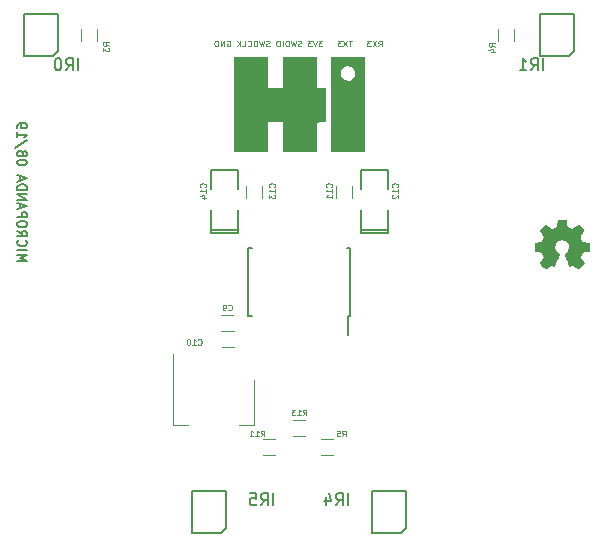
<source format=gbr>
G04 #@! TF.GenerationSoftware,KiCad,Pcbnew,5.1.4-e60b266~84~ubuntu18.04.1*
G04 #@! TF.CreationDate,2019-08-11T22:19:42+02:00*
G04 #@! TF.ProjectId,rat_board,7261745f-626f-4617-9264-2e6b69636164,rev?*
G04 #@! TF.SameCoordinates,Original*
G04 #@! TF.FileFunction,Legend,Bot*
G04 #@! TF.FilePolarity,Positive*
%FSLAX46Y46*%
G04 Gerber Fmt 4.6, Leading zero omitted, Abs format (unit mm)*
G04 Created by KiCad (PCBNEW 5.1.4-e60b266~84~ubuntu18.04.1) date 2019-08-11 22:19:42*
%MOMM*%
%LPD*%
G04 APERTURE LIST*
%ADD10C,0.140000*%
%ADD11C,0.100000*%
%ADD12C,0.150000*%
%ADD13C,0.010000*%
%ADD14C,0.120000*%
G04 APERTURE END LIST*
D10*
X197123095Y-105523571D02*
X197923095Y-105523571D01*
X197351666Y-105256904D01*
X197923095Y-104990238D01*
X197123095Y-104990238D01*
X197123095Y-104609285D02*
X197923095Y-104609285D01*
X197199285Y-103771190D02*
X197161190Y-103809285D01*
X197123095Y-103923571D01*
X197123095Y-103999761D01*
X197161190Y-104114047D01*
X197237380Y-104190238D01*
X197313571Y-104228333D01*
X197465952Y-104266428D01*
X197580238Y-104266428D01*
X197732619Y-104228333D01*
X197808809Y-104190238D01*
X197885000Y-104114047D01*
X197923095Y-103999761D01*
X197923095Y-103923571D01*
X197885000Y-103809285D01*
X197846904Y-103771190D01*
X197123095Y-102971190D02*
X197504047Y-103237857D01*
X197123095Y-103428333D02*
X197923095Y-103428333D01*
X197923095Y-103123571D01*
X197885000Y-103047380D01*
X197846904Y-103009285D01*
X197770714Y-102971190D01*
X197656428Y-102971190D01*
X197580238Y-103009285D01*
X197542142Y-103047380D01*
X197504047Y-103123571D01*
X197504047Y-103428333D01*
X197923095Y-102475952D02*
X197923095Y-102323571D01*
X197885000Y-102247380D01*
X197808809Y-102171190D01*
X197656428Y-102133095D01*
X197389761Y-102133095D01*
X197237380Y-102171190D01*
X197161190Y-102247380D01*
X197123095Y-102323571D01*
X197123095Y-102475952D01*
X197161190Y-102552142D01*
X197237380Y-102628333D01*
X197389761Y-102666428D01*
X197656428Y-102666428D01*
X197808809Y-102628333D01*
X197885000Y-102552142D01*
X197923095Y-102475952D01*
X197123095Y-101790238D02*
X197923095Y-101790238D01*
X197923095Y-101485476D01*
X197885000Y-101409285D01*
X197846904Y-101371190D01*
X197770714Y-101333095D01*
X197656428Y-101333095D01*
X197580238Y-101371190D01*
X197542142Y-101409285D01*
X197504047Y-101485476D01*
X197504047Y-101790238D01*
X197351666Y-101028333D02*
X197351666Y-100647380D01*
X197123095Y-101104523D02*
X197923095Y-100837857D01*
X197123095Y-100571190D01*
X197123095Y-100304523D02*
X197923095Y-100304523D01*
X197123095Y-99847380D01*
X197923095Y-99847380D01*
X197123095Y-99466428D02*
X197923095Y-99466428D01*
X197923095Y-99275952D01*
X197885000Y-99161666D01*
X197808809Y-99085476D01*
X197732619Y-99047380D01*
X197580238Y-99009285D01*
X197465952Y-99009285D01*
X197313571Y-99047380D01*
X197237380Y-99085476D01*
X197161190Y-99161666D01*
X197123095Y-99275952D01*
X197123095Y-99466428D01*
X197351666Y-98704523D02*
X197351666Y-98323571D01*
X197123095Y-98780714D02*
X197923095Y-98514047D01*
X197123095Y-98247380D01*
X197923095Y-97218809D02*
X197923095Y-97142619D01*
X197885000Y-97066428D01*
X197846904Y-97028333D01*
X197770714Y-96990238D01*
X197618333Y-96952142D01*
X197427857Y-96952142D01*
X197275476Y-96990238D01*
X197199285Y-97028333D01*
X197161190Y-97066428D01*
X197123095Y-97142619D01*
X197123095Y-97218809D01*
X197161190Y-97295000D01*
X197199285Y-97333095D01*
X197275476Y-97371190D01*
X197427857Y-97409285D01*
X197618333Y-97409285D01*
X197770714Y-97371190D01*
X197846904Y-97333095D01*
X197885000Y-97295000D01*
X197923095Y-97218809D01*
X197580238Y-96495000D02*
X197618333Y-96571190D01*
X197656428Y-96609285D01*
X197732619Y-96647380D01*
X197770714Y-96647380D01*
X197846904Y-96609285D01*
X197885000Y-96571190D01*
X197923095Y-96495000D01*
X197923095Y-96342619D01*
X197885000Y-96266428D01*
X197846904Y-96228333D01*
X197770714Y-96190238D01*
X197732619Y-96190238D01*
X197656428Y-96228333D01*
X197618333Y-96266428D01*
X197580238Y-96342619D01*
X197580238Y-96495000D01*
X197542142Y-96571190D01*
X197504047Y-96609285D01*
X197427857Y-96647380D01*
X197275476Y-96647380D01*
X197199285Y-96609285D01*
X197161190Y-96571190D01*
X197123095Y-96495000D01*
X197123095Y-96342619D01*
X197161190Y-96266428D01*
X197199285Y-96228333D01*
X197275476Y-96190238D01*
X197427857Y-96190238D01*
X197504047Y-96228333D01*
X197542142Y-96266428D01*
X197580238Y-96342619D01*
X197961190Y-95275952D02*
X196932619Y-95961666D01*
X197123095Y-94590238D02*
X197123095Y-95047380D01*
X197123095Y-94818809D02*
X197923095Y-94818809D01*
X197808809Y-94895000D01*
X197732619Y-94971190D01*
X197694523Y-95047380D01*
X197123095Y-94209285D02*
X197123095Y-94056904D01*
X197161190Y-93980714D01*
X197199285Y-93942619D01*
X197313571Y-93866428D01*
X197465952Y-93828333D01*
X197770714Y-93828333D01*
X197846904Y-93866428D01*
X197885000Y-93904523D01*
X197923095Y-93980714D01*
X197923095Y-94133095D01*
X197885000Y-94209285D01*
X197846904Y-94247380D01*
X197770714Y-94285476D01*
X197580238Y-94285476D01*
X197504047Y-94247380D01*
X197465952Y-94209285D01*
X197427857Y-94133095D01*
X197427857Y-93980714D01*
X197465952Y-93904523D01*
X197504047Y-93866428D01*
X197580238Y-93828333D01*
D11*
X227685738Y-87348190D02*
X227852404Y-87110095D01*
X227971452Y-87348190D02*
X227971452Y-86848190D01*
X227780976Y-86848190D01*
X227733357Y-86872000D01*
X227709547Y-86895809D01*
X227685738Y-86943428D01*
X227685738Y-87014857D01*
X227709547Y-87062476D01*
X227733357Y-87086285D01*
X227780976Y-87110095D01*
X227971452Y-87110095D01*
X227519071Y-86848190D02*
X227185738Y-87348190D01*
X227185738Y-86848190D02*
X227519071Y-87348190D01*
X227042880Y-86848190D02*
X226733357Y-86848190D01*
X226900023Y-87038666D01*
X226828595Y-87038666D01*
X226780976Y-87062476D01*
X226757166Y-87086285D01*
X226733357Y-87133904D01*
X226733357Y-87252952D01*
X226757166Y-87300571D01*
X226780976Y-87324380D01*
X226828595Y-87348190D01*
X226971452Y-87348190D01*
X227019071Y-87324380D01*
X227042880Y-87300571D01*
X225447642Y-86848190D02*
X225161928Y-86848190D01*
X225304785Y-87348190D02*
X225304785Y-86848190D01*
X225042880Y-86848190D02*
X224709547Y-87348190D01*
X224709547Y-86848190D02*
X225042880Y-87348190D01*
X224566690Y-86848190D02*
X224257166Y-86848190D01*
X224423833Y-87038666D01*
X224352404Y-87038666D01*
X224304785Y-87062476D01*
X224280976Y-87086285D01*
X224257166Y-87133904D01*
X224257166Y-87252952D01*
X224280976Y-87300571D01*
X224304785Y-87324380D01*
X224352404Y-87348190D01*
X224495261Y-87348190D01*
X224542880Y-87324380D01*
X224566690Y-87300571D01*
X222947642Y-86848190D02*
X222638119Y-86848190D01*
X222804785Y-87038666D01*
X222733357Y-87038666D01*
X222685738Y-87062476D01*
X222661928Y-87086285D01*
X222638119Y-87133904D01*
X222638119Y-87252952D01*
X222661928Y-87300571D01*
X222685738Y-87324380D01*
X222733357Y-87348190D01*
X222876214Y-87348190D01*
X222923833Y-87324380D01*
X222947642Y-87300571D01*
X222495261Y-86848190D02*
X222328595Y-87348190D01*
X222161928Y-86848190D01*
X222042880Y-86848190D02*
X221733357Y-86848190D01*
X221900023Y-87038666D01*
X221828595Y-87038666D01*
X221780976Y-87062476D01*
X221757166Y-87086285D01*
X221733357Y-87133904D01*
X221733357Y-87252952D01*
X221757166Y-87300571D01*
X221780976Y-87324380D01*
X221828595Y-87348190D01*
X221971452Y-87348190D01*
X222019071Y-87324380D01*
X222042880Y-87300571D01*
X221161928Y-87324380D02*
X221090500Y-87348190D01*
X220971452Y-87348190D01*
X220923833Y-87324380D01*
X220900023Y-87300571D01*
X220876214Y-87252952D01*
X220876214Y-87205333D01*
X220900023Y-87157714D01*
X220923833Y-87133904D01*
X220971452Y-87110095D01*
X221066690Y-87086285D01*
X221114309Y-87062476D01*
X221138119Y-87038666D01*
X221161928Y-86991047D01*
X221161928Y-86943428D01*
X221138119Y-86895809D01*
X221114309Y-86872000D01*
X221066690Y-86848190D01*
X220947642Y-86848190D01*
X220876214Y-86872000D01*
X220709547Y-86848190D02*
X220590500Y-87348190D01*
X220495261Y-86991047D01*
X220400023Y-87348190D01*
X220280976Y-86848190D01*
X220090500Y-87348190D02*
X220090500Y-86848190D01*
X219971452Y-86848190D01*
X219900023Y-86872000D01*
X219852404Y-86919619D01*
X219828595Y-86967238D01*
X219804785Y-87062476D01*
X219804785Y-87133904D01*
X219828595Y-87229142D01*
X219852404Y-87276761D01*
X219900023Y-87324380D01*
X219971452Y-87348190D01*
X220090500Y-87348190D01*
X219590500Y-87348190D02*
X219590500Y-86848190D01*
X219257166Y-86848190D02*
X219161928Y-86848190D01*
X219114309Y-86872000D01*
X219066690Y-86919619D01*
X219042880Y-87014857D01*
X219042880Y-87181523D01*
X219066690Y-87276761D01*
X219114309Y-87324380D01*
X219161928Y-87348190D01*
X219257166Y-87348190D01*
X219304785Y-87324380D01*
X219352404Y-87276761D01*
X219376214Y-87181523D01*
X219376214Y-87014857D01*
X219352404Y-86919619D01*
X219304785Y-86872000D01*
X219257166Y-86848190D01*
X218471452Y-87324380D02*
X218400023Y-87348190D01*
X218280976Y-87348190D01*
X218233357Y-87324380D01*
X218209547Y-87300571D01*
X218185738Y-87252952D01*
X218185738Y-87205333D01*
X218209547Y-87157714D01*
X218233357Y-87133904D01*
X218280976Y-87110095D01*
X218376214Y-87086285D01*
X218423833Y-87062476D01*
X218447642Y-87038666D01*
X218471452Y-86991047D01*
X218471452Y-86943428D01*
X218447642Y-86895809D01*
X218423833Y-86872000D01*
X218376214Y-86848190D01*
X218257166Y-86848190D01*
X218185738Y-86872000D01*
X218019071Y-86848190D02*
X217900023Y-87348190D01*
X217804785Y-86991047D01*
X217709547Y-87348190D01*
X217590500Y-86848190D01*
X217400023Y-87348190D02*
X217400023Y-86848190D01*
X217280976Y-86848190D01*
X217209547Y-86872000D01*
X217161928Y-86919619D01*
X217138119Y-86967238D01*
X217114309Y-87062476D01*
X217114309Y-87133904D01*
X217138119Y-87229142D01*
X217161928Y-87276761D01*
X217209547Y-87324380D01*
X217280976Y-87348190D01*
X217400023Y-87348190D01*
X216614309Y-87300571D02*
X216638119Y-87324380D01*
X216709547Y-87348190D01*
X216757166Y-87348190D01*
X216828595Y-87324380D01*
X216876214Y-87276761D01*
X216900023Y-87229142D01*
X216923833Y-87133904D01*
X216923833Y-87062476D01*
X216900023Y-86967238D01*
X216876214Y-86919619D01*
X216828595Y-86872000D01*
X216757166Y-86848190D01*
X216709547Y-86848190D01*
X216638119Y-86872000D01*
X216614309Y-86895809D01*
X216161928Y-87348190D02*
X216400023Y-87348190D01*
X216400023Y-86848190D01*
X215995261Y-87348190D02*
X215995261Y-86848190D01*
X215709547Y-87348190D02*
X215923833Y-87062476D01*
X215709547Y-86848190D02*
X215995261Y-87133904D01*
X214852404Y-86872000D02*
X214900023Y-86848190D01*
X214971452Y-86848190D01*
X215042880Y-86872000D01*
X215090500Y-86919619D01*
X215114309Y-86967238D01*
X215138119Y-87062476D01*
X215138119Y-87133904D01*
X215114309Y-87229142D01*
X215090500Y-87276761D01*
X215042880Y-87324380D01*
X214971452Y-87348190D01*
X214923833Y-87348190D01*
X214852404Y-87324380D01*
X214828595Y-87300571D01*
X214828595Y-87133904D01*
X214923833Y-87133904D01*
X214614309Y-87348190D02*
X214614309Y-86848190D01*
X214328595Y-87348190D01*
X214328595Y-86848190D01*
X214090500Y-87348190D02*
X214090500Y-86848190D01*
X213971452Y-86848190D01*
X213900023Y-86872000D01*
X213852404Y-86919619D01*
X213828595Y-86967238D01*
X213804785Y-87062476D01*
X213804785Y-87133904D01*
X213828595Y-87229142D01*
X213852404Y-87276761D01*
X213900023Y-87324380D01*
X213971452Y-87348190D01*
X214090500Y-87348190D01*
D12*
X241641190Y-89352380D02*
X241641190Y-88352380D01*
X240593571Y-89352380D02*
X240926904Y-88876190D01*
X241165000Y-89352380D02*
X241165000Y-88352380D01*
X240784047Y-88352380D01*
X240688809Y-88400000D01*
X240641190Y-88447619D01*
X240593571Y-88542857D01*
X240593571Y-88685714D01*
X240641190Y-88780952D01*
X240688809Y-88828571D01*
X240784047Y-88876190D01*
X241165000Y-88876190D01*
X239641190Y-89352380D02*
X240212619Y-89352380D01*
X239926904Y-89352380D02*
X239926904Y-88352380D01*
X240022142Y-88495238D01*
X240117380Y-88590476D01*
X240212619Y-88638095D01*
X202271190Y-89352380D02*
X202271190Y-88352380D01*
X201223571Y-89352380D02*
X201556904Y-88876190D01*
X201795000Y-89352380D02*
X201795000Y-88352380D01*
X201414047Y-88352380D01*
X201318809Y-88400000D01*
X201271190Y-88447619D01*
X201223571Y-88542857D01*
X201223571Y-88685714D01*
X201271190Y-88780952D01*
X201318809Y-88828571D01*
X201414047Y-88876190D01*
X201795000Y-88876190D01*
X200604523Y-88352380D02*
X200509285Y-88352380D01*
X200414047Y-88400000D01*
X200366428Y-88447619D01*
X200318809Y-88542857D01*
X200271190Y-88733333D01*
X200271190Y-88971428D01*
X200318809Y-89161904D01*
X200366428Y-89257142D01*
X200414047Y-89304761D01*
X200509285Y-89352380D01*
X200604523Y-89352380D01*
X200699761Y-89304761D01*
X200747380Y-89257142D01*
X200795000Y-89161904D01*
X200842619Y-88971428D01*
X200842619Y-88733333D01*
X200795000Y-88542857D01*
X200747380Y-88447619D01*
X200699761Y-88400000D01*
X200604523Y-88352380D01*
X218781190Y-126182380D02*
X218781190Y-125182380D01*
X217733571Y-126182380D02*
X218066904Y-125706190D01*
X218305000Y-126182380D02*
X218305000Y-125182380D01*
X217924047Y-125182380D01*
X217828809Y-125230000D01*
X217781190Y-125277619D01*
X217733571Y-125372857D01*
X217733571Y-125515714D01*
X217781190Y-125610952D01*
X217828809Y-125658571D01*
X217924047Y-125706190D01*
X218305000Y-125706190D01*
X216828809Y-125182380D02*
X217305000Y-125182380D01*
X217352619Y-125658571D01*
X217305000Y-125610952D01*
X217209761Y-125563333D01*
X216971666Y-125563333D01*
X216876428Y-125610952D01*
X216828809Y-125658571D01*
X216781190Y-125753809D01*
X216781190Y-125991904D01*
X216828809Y-126087142D01*
X216876428Y-126134761D01*
X216971666Y-126182380D01*
X217209761Y-126182380D01*
X217305000Y-126134761D01*
X217352619Y-126087142D01*
X225131190Y-126182380D02*
X225131190Y-125182380D01*
X224083571Y-126182380D02*
X224416904Y-125706190D01*
X224655000Y-126182380D02*
X224655000Y-125182380D01*
X224274047Y-125182380D01*
X224178809Y-125230000D01*
X224131190Y-125277619D01*
X224083571Y-125372857D01*
X224083571Y-125515714D01*
X224131190Y-125610952D01*
X224178809Y-125658571D01*
X224274047Y-125706190D01*
X224655000Y-125706190D01*
X223226428Y-125515714D02*
X223226428Y-126182380D01*
X223464523Y-125134761D02*
X223702619Y-125849047D01*
X223083571Y-125849047D01*
X200533000Y-87757000D02*
X200152000Y-88138000D01*
X200116000Y-88160000D02*
X197686000Y-88160000D01*
X197686000Y-88160000D02*
X197686000Y-84560000D01*
X197686000Y-84560000D02*
X200586000Y-84560000D01*
X200586000Y-84560000D02*
X200586000Y-87710000D01*
D13*
G36*
X243101090Y-102017348D02*
G01*
X243022546Y-102017778D01*
X242965702Y-102018942D01*
X242926895Y-102021207D01*
X242902462Y-102024940D01*
X242888738Y-102030506D01*
X242882060Y-102038273D01*
X242878764Y-102048605D01*
X242878444Y-102049943D01*
X242873438Y-102074079D01*
X242864171Y-102121701D01*
X242851608Y-102187741D01*
X242836713Y-102267128D01*
X242820449Y-102354796D01*
X242819881Y-102357875D01*
X242803590Y-102443789D01*
X242788348Y-102519696D01*
X242775139Y-102581045D01*
X242764946Y-102623282D01*
X242758752Y-102641855D01*
X242758457Y-102642184D01*
X242740212Y-102651253D01*
X242702595Y-102666367D01*
X242653729Y-102684262D01*
X242653457Y-102684358D01*
X242591907Y-102707493D01*
X242519343Y-102736965D01*
X242450943Y-102766597D01*
X242447706Y-102768062D01*
X242336298Y-102818626D01*
X242089601Y-102650160D01*
X242013923Y-102598803D01*
X241945369Y-102552889D01*
X241887912Y-102515030D01*
X241845524Y-102487837D01*
X241822175Y-102473921D01*
X241819958Y-102472889D01*
X241802990Y-102477484D01*
X241771299Y-102499655D01*
X241723648Y-102540447D01*
X241658802Y-102600905D01*
X241592603Y-102665227D01*
X241528786Y-102728612D01*
X241471671Y-102786451D01*
X241424695Y-102835175D01*
X241391297Y-102871210D01*
X241374915Y-102890984D01*
X241374306Y-102892002D01*
X241372495Y-102905572D01*
X241379317Y-102927733D01*
X241396460Y-102961478D01*
X241425607Y-103009800D01*
X241468445Y-103075692D01*
X241525552Y-103160517D01*
X241576234Y-103235177D01*
X241621539Y-103302140D01*
X241658850Y-103357516D01*
X241685548Y-103397420D01*
X241699015Y-103417962D01*
X241699863Y-103419356D01*
X241698219Y-103439038D01*
X241685755Y-103477293D01*
X241664952Y-103526889D01*
X241657538Y-103542728D01*
X241625186Y-103613290D01*
X241590672Y-103693353D01*
X241562635Y-103762629D01*
X241542432Y-103814045D01*
X241526385Y-103853119D01*
X241517112Y-103873541D01*
X241515959Y-103875114D01*
X241498904Y-103877721D01*
X241458702Y-103884863D01*
X241400698Y-103895523D01*
X241330237Y-103908685D01*
X241252665Y-103923333D01*
X241173328Y-103938449D01*
X241097569Y-103953018D01*
X241030736Y-103966022D01*
X240978172Y-103976445D01*
X240945224Y-103983270D01*
X240937143Y-103985199D01*
X240928795Y-103989962D01*
X240922494Y-104000718D01*
X240917955Y-104021098D01*
X240914896Y-104054734D01*
X240913033Y-104105255D01*
X240912082Y-104176292D01*
X240911760Y-104271476D01*
X240911743Y-104310492D01*
X240911743Y-104627799D01*
X240987943Y-104642839D01*
X241030337Y-104650995D01*
X241093600Y-104662899D01*
X241170038Y-104677116D01*
X241251957Y-104692210D01*
X241274600Y-104696355D01*
X241350194Y-104711053D01*
X241416047Y-104725505D01*
X241466634Y-104738375D01*
X241496426Y-104748322D01*
X241501388Y-104751287D01*
X241513574Y-104772283D01*
X241531047Y-104812967D01*
X241550423Y-104865322D01*
X241554266Y-104876600D01*
X241579661Y-104946523D01*
X241611183Y-105025418D01*
X241642031Y-105096266D01*
X241642183Y-105096595D01*
X241693553Y-105207733D01*
X241524601Y-105456253D01*
X241355648Y-105704772D01*
X241572571Y-105922058D01*
X241638181Y-105986726D01*
X241698021Y-106043733D01*
X241748733Y-106090033D01*
X241786954Y-106122584D01*
X241809325Y-106138343D01*
X241812534Y-106139343D01*
X241831374Y-106131469D01*
X241869820Y-106109578D01*
X241923670Y-106076267D01*
X241988724Y-106034131D01*
X242059060Y-105986943D01*
X242130445Y-105938810D01*
X242194092Y-105896928D01*
X242245959Y-105863871D01*
X242282005Y-105842218D01*
X242298133Y-105834543D01*
X242317811Y-105841037D01*
X242355125Y-105858150D01*
X242402379Y-105882326D01*
X242407388Y-105885013D01*
X242471023Y-105916927D01*
X242514659Y-105932579D01*
X242541798Y-105932745D01*
X242555943Y-105918204D01*
X242556025Y-105918000D01*
X242563095Y-105900779D01*
X242579958Y-105859899D01*
X242605305Y-105798525D01*
X242637829Y-105719819D01*
X242676222Y-105626947D01*
X242719178Y-105523072D01*
X242760778Y-105422502D01*
X242806496Y-105311516D01*
X242848474Y-105208703D01*
X242885452Y-105117215D01*
X242916173Y-105040201D01*
X242939378Y-104980815D01*
X242953810Y-104942209D01*
X242958257Y-104927800D01*
X242947104Y-104911272D01*
X242917931Y-104884930D01*
X242879029Y-104855887D01*
X242768243Y-104764039D01*
X242681649Y-104658759D01*
X242620284Y-104542266D01*
X242585185Y-104416776D01*
X242577392Y-104284507D01*
X242583057Y-104223457D01*
X242613922Y-104096795D01*
X242667080Y-103984941D01*
X242739233Y-103889001D01*
X242827083Y-103810076D01*
X242927335Y-103749270D01*
X243036690Y-103707687D01*
X243151853Y-103686428D01*
X243269525Y-103686599D01*
X243386410Y-103709301D01*
X243499211Y-103755638D01*
X243604631Y-103826713D01*
X243648632Y-103866911D01*
X243733021Y-103970129D01*
X243791778Y-104082925D01*
X243825296Y-104202010D01*
X243833965Y-104324095D01*
X243818177Y-104445893D01*
X243778322Y-104564116D01*
X243714793Y-104675475D01*
X243627979Y-104776684D01*
X243530971Y-104855887D01*
X243490563Y-104886162D01*
X243462018Y-104912219D01*
X243451743Y-104927825D01*
X243457123Y-104944843D01*
X243472425Y-104985500D01*
X243496388Y-105046642D01*
X243527756Y-105125119D01*
X243565268Y-105217780D01*
X243607667Y-105321472D01*
X243649337Y-105422526D01*
X243695310Y-105533607D01*
X243737893Y-105636541D01*
X243775779Y-105728165D01*
X243807660Y-105805316D01*
X243832229Y-105864831D01*
X243848180Y-105903544D01*
X243854090Y-105918000D01*
X243868052Y-105932685D01*
X243895060Y-105932642D01*
X243938587Y-105917099D01*
X244002110Y-105885284D01*
X244002612Y-105885013D01*
X244050440Y-105860323D01*
X244089103Y-105842338D01*
X244110905Y-105834614D01*
X244111867Y-105834543D01*
X244128279Y-105842378D01*
X244164513Y-105864165D01*
X244216526Y-105897328D01*
X244280275Y-105939291D01*
X244350940Y-105986943D01*
X244422884Y-106035191D01*
X244487726Y-106077151D01*
X244541265Y-106110227D01*
X244579303Y-106131821D01*
X244597467Y-106139343D01*
X244614192Y-106129457D01*
X244647820Y-106101826D01*
X244694990Y-106059495D01*
X244752342Y-106005505D01*
X244816516Y-105942899D01*
X244837503Y-105921983D01*
X245054501Y-105704623D01*
X244889332Y-105462220D01*
X244839136Y-105387781D01*
X244795081Y-105320972D01*
X244759638Y-105265665D01*
X244735281Y-105225729D01*
X244724478Y-105205036D01*
X244724162Y-105203563D01*
X244729857Y-105184058D01*
X244745174Y-105144822D01*
X244767463Y-105092430D01*
X244783107Y-105057355D01*
X244812359Y-104990201D01*
X244839906Y-104922358D01*
X244861263Y-104865034D01*
X244867065Y-104847572D01*
X244883548Y-104800938D01*
X244899660Y-104764905D01*
X244908510Y-104751287D01*
X244928040Y-104742952D01*
X244970666Y-104731137D01*
X245030855Y-104717181D01*
X245103078Y-104702422D01*
X245135400Y-104696355D01*
X245217478Y-104681273D01*
X245296205Y-104666669D01*
X245363891Y-104653980D01*
X245412840Y-104644642D01*
X245422057Y-104642839D01*
X245498257Y-104627799D01*
X245498257Y-104310492D01*
X245498086Y-104206154D01*
X245497384Y-104127213D01*
X245495866Y-104070038D01*
X245493251Y-104030999D01*
X245489254Y-104006465D01*
X245483591Y-103992805D01*
X245475980Y-103986389D01*
X245472857Y-103985199D01*
X245454022Y-103980980D01*
X245412412Y-103972562D01*
X245353370Y-103960961D01*
X245282243Y-103947195D01*
X245204375Y-103932280D01*
X245125113Y-103917232D01*
X245049802Y-103903069D01*
X244983787Y-103890806D01*
X244932413Y-103881461D01*
X244901025Y-103876050D01*
X244894041Y-103875114D01*
X244887715Y-103862596D01*
X244873710Y-103829246D01*
X244854645Y-103781377D01*
X244847366Y-103762629D01*
X244818004Y-103690195D01*
X244783429Y-103610170D01*
X244752463Y-103542728D01*
X244729677Y-103491159D01*
X244714518Y-103448785D01*
X244709458Y-103422834D01*
X244710264Y-103419356D01*
X244720959Y-103402936D01*
X244745380Y-103366417D01*
X244780905Y-103313687D01*
X244824913Y-103248635D01*
X244874783Y-103175151D01*
X244884644Y-103160645D01*
X244942508Y-103074704D01*
X244985044Y-103009261D01*
X245013946Y-102961304D01*
X245030910Y-102927820D01*
X245037633Y-102905795D01*
X245035810Y-102892217D01*
X245035764Y-102892131D01*
X245021414Y-102874297D01*
X244989677Y-102839817D01*
X244943990Y-102792268D01*
X244887796Y-102735222D01*
X244824532Y-102672255D01*
X244817398Y-102665227D01*
X244737670Y-102588020D01*
X244676143Y-102531330D01*
X244631579Y-102494110D01*
X244602743Y-102475315D01*
X244590042Y-102472889D01*
X244571506Y-102483471D01*
X244533039Y-102507916D01*
X244478614Y-102543612D01*
X244412202Y-102587947D01*
X244337775Y-102638311D01*
X244320399Y-102650160D01*
X244073703Y-102818626D01*
X243962294Y-102768062D01*
X243894543Y-102738595D01*
X243821817Y-102708959D01*
X243759297Y-102685330D01*
X243756543Y-102684358D01*
X243707640Y-102666457D01*
X243669943Y-102651320D01*
X243651575Y-102642210D01*
X243651544Y-102642184D01*
X243645715Y-102625717D01*
X243635808Y-102585219D01*
X243622805Y-102525242D01*
X243607691Y-102450340D01*
X243591448Y-102365064D01*
X243590119Y-102357875D01*
X243573825Y-102270014D01*
X243558867Y-102190260D01*
X243546209Y-102123681D01*
X243536814Y-102075347D01*
X243531646Y-102050325D01*
X243531556Y-102049943D01*
X243528411Y-102039299D01*
X243522296Y-102031262D01*
X243509547Y-102025467D01*
X243486500Y-102021547D01*
X243449491Y-102019135D01*
X243394856Y-102017865D01*
X243318933Y-102017371D01*
X243218056Y-102017286D01*
X243205000Y-102017286D01*
X243101090Y-102017348D01*
X243101090Y-102017348D01*
G37*
X243101090Y-102017348D02*
X243022546Y-102017778D01*
X242965702Y-102018942D01*
X242926895Y-102021207D01*
X242902462Y-102024940D01*
X242888738Y-102030506D01*
X242882060Y-102038273D01*
X242878764Y-102048605D01*
X242878444Y-102049943D01*
X242873438Y-102074079D01*
X242864171Y-102121701D01*
X242851608Y-102187741D01*
X242836713Y-102267128D01*
X242820449Y-102354796D01*
X242819881Y-102357875D01*
X242803590Y-102443789D01*
X242788348Y-102519696D01*
X242775139Y-102581045D01*
X242764946Y-102623282D01*
X242758752Y-102641855D01*
X242758457Y-102642184D01*
X242740212Y-102651253D01*
X242702595Y-102666367D01*
X242653729Y-102684262D01*
X242653457Y-102684358D01*
X242591907Y-102707493D01*
X242519343Y-102736965D01*
X242450943Y-102766597D01*
X242447706Y-102768062D01*
X242336298Y-102818626D01*
X242089601Y-102650160D01*
X242013923Y-102598803D01*
X241945369Y-102552889D01*
X241887912Y-102515030D01*
X241845524Y-102487837D01*
X241822175Y-102473921D01*
X241819958Y-102472889D01*
X241802990Y-102477484D01*
X241771299Y-102499655D01*
X241723648Y-102540447D01*
X241658802Y-102600905D01*
X241592603Y-102665227D01*
X241528786Y-102728612D01*
X241471671Y-102786451D01*
X241424695Y-102835175D01*
X241391297Y-102871210D01*
X241374915Y-102890984D01*
X241374306Y-102892002D01*
X241372495Y-102905572D01*
X241379317Y-102927733D01*
X241396460Y-102961478D01*
X241425607Y-103009800D01*
X241468445Y-103075692D01*
X241525552Y-103160517D01*
X241576234Y-103235177D01*
X241621539Y-103302140D01*
X241658850Y-103357516D01*
X241685548Y-103397420D01*
X241699015Y-103417962D01*
X241699863Y-103419356D01*
X241698219Y-103439038D01*
X241685755Y-103477293D01*
X241664952Y-103526889D01*
X241657538Y-103542728D01*
X241625186Y-103613290D01*
X241590672Y-103693353D01*
X241562635Y-103762629D01*
X241542432Y-103814045D01*
X241526385Y-103853119D01*
X241517112Y-103873541D01*
X241515959Y-103875114D01*
X241498904Y-103877721D01*
X241458702Y-103884863D01*
X241400698Y-103895523D01*
X241330237Y-103908685D01*
X241252665Y-103923333D01*
X241173328Y-103938449D01*
X241097569Y-103953018D01*
X241030736Y-103966022D01*
X240978172Y-103976445D01*
X240945224Y-103983270D01*
X240937143Y-103985199D01*
X240928795Y-103989962D01*
X240922494Y-104000718D01*
X240917955Y-104021098D01*
X240914896Y-104054734D01*
X240913033Y-104105255D01*
X240912082Y-104176292D01*
X240911760Y-104271476D01*
X240911743Y-104310492D01*
X240911743Y-104627799D01*
X240987943Y-104642839D01*
X241030337Y-104650995D01*
X241093600Y-104662899D01*
X241170038Y-104677116D01*
X241251957Y-104692210D01*
X241274600Y-104696355D01*
X241350194Y-104711053D01*
X241416047Y-104725505D01*
X241466634Y-104738375D01*
X241496426Y-104748322D01*
X241501388Y-104751287D01*
X241513574Y-104772283D01*
X241531047Y-104812967D01*
X241550423Y-104865322D01*
X241554266Y-104876600D01*
X241579661Y-104946523D01*
X241611183Y-105025418D01*
X241642031Y-105096266D01*
X241642183Y-105096595D01*
X241693553Y-105207733D01*
X241524601Y-105456253D01*
X241355648Y-105704772D01*
X241572571Y-105922058D01*
X241638181Y-105986726D01*
X241698021Y-106043733D01*
X241748733Y-106090033D01*
X241786954Y-106122584D01*
X241809325Y-106138343D01*
X241812534Y-106139343D01*
X241831374Y-106131469D01*
X241869820Y-106109578D01*
X241923670Y-106076267D01*
X241988724Y-106034131D01*
X242059060Y-105986943D01*
X242130445Y-105938810D01*
X242194092Y-105896928D01*
X242245959Y-105863871D01*
X242282005Y-105842218D01*
X242298133Y-105834543D01*
X242317811Y-105841037D01*
X242355125Y-105858150D01*
X242402379Y-105882326D01*
X242407388Y-105885013D01*
X242471023Y-105916927D01*
X242514659Y-105932579D01*
X242541798Y-105932745D01*
X242555943Y-105918204D01*
X242556025Y-105918000D01*
X242563095Y-105900779D01*
X242579958Y-105859899D01*
X242605305Y-105798525D01*
X242637829Y-105719819D01*
X242676222Y-105626947D01*
X242719178Y-105523072D01*
X242760778Y-105422502D01*
X242806496Y-105311516D01*
X242848474Y-105208703D01*
X242885452Y-105117215D01*
X242916173Y-105040201D01*
X242939378Y-104980815D01*
X242953810Y-104942209D01*
X242958257Y-104927800D01*
X242947104Y-104911272D01*
X242917931Y-104884930D01*
X242879029Y-104855887D01*
X242768243Y-104764039D01*
X242681649Y-104658759D01*
X242620284Y-104542266D01*
X242585185Y-104416776D01*
X242577392Y-104284507D01*
X242583057Y-104223457D01*
X242613922Y-104096795D01*
X242667080Y-103984941D01*
X242739233Y-103889001D01*
X242827083Y-103810076D01*
X242927335Y-103749270D01*
X243036690Y-103707687D01*
X243151853Y-103686428D01*
X243269525Y-103686599D01*
X243386410Y-103709301D01*
X243499211Y-103755638D01*
X243604631Y-103826713D01*
X243648632Y-103866911D01*
X243733021Y-103970129D01*
X243791778Y-104082925D01*
X243825296Y-104202010D01*
X243833965Y-104324095D01*
X243818177Y-104445893D01*
X243778322Y-104564116D01*
X243714793Y-104675475D01*
X243627979Y-104776684D01*
X243530971Y-104855887D01*
X243490563Y-104886162D01*
X243462018Y-104912219D01*
X243451743Y-104927825D01*
X243457123Y-104944843D01*
X243472425Y-104985500D01*
X243496388Y-105046642D01*
X243527756Y-105125119D01*
X243565268Y-105217780D01*
X243607667Y-105321472D01*
X243649337Y-105422526D01*
X243695310Y-105533607D01*
X243737893Y-105636541D01*
X243775779Y-105728165D01*
X243807660Y-105805316D01*
X243832229Y-105864831D01*
X243848180Y-105903544D01*
X243854090Y-105918000D01*
X243868052Y-105932685D01*
X243895060Y-105932642D01*
X243938587Y-105917099D01*
X244002110Y-105885284D01*
X244002612Y-105885013D01*
X244050440Y-105860323D01*
X244089103Y-105842338D01*
X244110905Y-105834614D01*
X244111867Y-105834543D01*
X244128279Y-105842378D01*
X244164513Y-105864165D01*
X244216526Y-105897328D01*
X244280275Y-105939291D01*
X244350940Y-105986943D01*
X244422884Y-106035191D01*
X244487726Y-106077151D01*
X244541265Y-106110227D01*
X244579303Y-106131821D01*
X244597467Y-106139343D01*
X244614192Y-106129457D01*
X244647820Y-106101826D01*
X244694990Y-106059495D01*
X244752342Y-106005505D01*
X244816516Y-105942899D01*
X244837503Y-105921983D01*
X245054501Y-105704623D01*
X244889332Y-105462220D01*
X244839136Y-105387781D01*
X244795081Y-105320972D01*
X244759638Y-105265665D01*
X244735281Y-105225729D01*
X244724478Y-105205036D01*
X244724162Y-105203563D01*
X244729857Y-105184058D01*
X244745174Y-105144822D01*
X244767463Y-105092430D01*
X244783107Y-105057355D01*
X244812359Y-104990201D01*
X244839906Y-104922358D01*
X244861263Y-104865034D01*
X244867065Y-104847572D01*
X244883548Y-104800938D01*
X244899660Y-104764905D01*
X244908510Y-104751287D01*
X244928040Y-104742952D01*
X244970666Y-104731137D01*
X245030855Y-104717181D01*
X245103078Y-104702422D01*
X245135400Y-104696355D01*
X245217478Y-104681273D01*
X245296205Y-104666669D01*
X245363891Y-104653980D01*
X245412840Y-104644642D01*
X245422057Y-104642839D01*
X245498257Y-104627799D01*
X245498257Y-104310492D01*
X245498086Y-104206154D01*
X245497384Y-104127213D01*
X245495866Y-104070038D01*
X245493251Y-104030999D01*
X245489254Y-104006465D01*
X245483591Y-103992805D01*
X245475980Y-103986389D01*
X245472857Y-103985199D01*
X245454022Y-103980980D01*
X245412412Y-103972562D01*
X245353370Y-103960961D01*
X245282243Y-103947195D01*
X245204375Y-103932280D01*
X245125113Y-103917232D01*
X245049802Y-103903069D01*
X244983787Y-103890806D01*
X244932413Y-103881461D01*
X244901025Y-103876050D01*
X244894041Y-103875114D01*
X244887715Y-103862596D01*
X244873710Y-103829246D01*
X244854645Y-103781377D01*
X244847366Y-103762629D01*
X244818004Y-103690195D01*
X244783429Y-103610170D01*
X244752463Y-103542728D01*
X244729677Y-103491159D01*
X244714518Y-103448785D01*
X244709458Y-103422834D01*
X244710264Y-103419356D01*
X244720959Y-103402936D01*
X244745380Y-103366417D01*
X244780905Y-103313687D01*
X244824913Y-103248635D01*
X244874783Y-103175151D01*
X244884644Y-103160645D01*
X244942508Y-103074704D01*
X244985044Y-103009261D01*
X245013946Y-102961304D01*
X245030910Y-102927820D01*
X245037633Y-102905795D01*
X245035810Y-102892217D01*
X245035764Y-102892131D01*
X245021414Y-102874297D01*
X244989677Y-102839817D01*
X244943990Y-102792268D01*
X244887796Y-102735222D01*
X244824532Y-102672255D01*
X244817398Y-102665227D01*
X244737670Y-102588020D01*
X244676143Y-102531330D01*
X244631579Y-102494110D01*
X244602743Y-102475315D01*
X244590042Y-102472889D01*
X244571506Y-102483471D01*
X244533039Y-102507916D01*
X244478614Y-102543612D01*
X244412202Y-102587947D01*
X244337775Y-102638311D01*
X244320399Y-102650160D01*
X244073703Y-102818626D01*
X243962294Y-102768062D01*
X243894543Y-102738595D01*
X243821817Y-102708959D01*
X243759297Y-102685330D01*
X243756543Y-102684358D01*
X243707640Y-102666457D01*
X243669943Y-102651320D01*
X243651575Y-102642210D01*
X243651544Y-102642184D01*
X243645715Y-102625717D01*
X243635808Y-102585219D01*
X243622805Y-102525242D01*
X243607691Y-102450340D01*
X243591448Y-102365064D01*
X243590119Y-102357875D01*
X243573825Y-102270014D01*
X243558867Y-102190260D01*
X243546209Y-102123681D01*
X243536814Y-102075347D01*
X243531646Y-102050325D01*
X243531556Y-102049943D01*
X243528411Y-102039299D01*
X243522296Y-102031262D01*
X243509547Y-102025467D01*
X243486500Y-102021547D01*
X243449491Y-102019135D01*
X243394856Y-102017865D01*
X243318933Y-102017371D01*
X243218056Y-102017286D01*
X243205000Y-102017286D01*
X243101090Y-102017348D01*
G36*
X219589684Y-90891895D02*
G01*
X218279579Y-90891895D01*
X218279579Y-88218211D01*
X215498947Y-88218211D01*
X215498947Y-96212526D01*
X218279579Y-96212526D01*
X218279579Y-93699263D01*
X219589684Y-93699263D01*
X219589684Y-96212526D01*
X222397052Y-96212526D01*
X222397052Y-93700693D01*
X222791421Y-93693294D01*
X223185789Y-93685895D01*
X223185789Y-90905263D01*
X222791421Y-90897864D01*
X222397052Y-90890465D01*
X222397052Y-88218211D01*
X219589684Y-88218211D01*
X219589684Y-90891895D01*
X219589684Y-90891895D01*
G37*
X219589684Y-90891895D02*
X218279579Y-90891895D01*
X218279579Y-88218211D01*
X215498947Y-88218211D01*
X215498947Y-96212526D01*
X218279579Y-96212526D01*
X218279579Y-93699263D01*
X219589684Y-93699263D01*
X219589684Y-96212526D01*
X222397052Y-96212526D01*
X222397052Y-93700693D01*
X222791421Y-93693294D01*
X223185789Y-93685895D01*
X223185789Y-90905263D01*
X222791421Y-90897864D01*
X222397052Y-90890465D01*
X222397052Y-88218211D01*
X219589684Y-88218211D01*
X219589684Y-90891895D01*
G36*
X223680421Y-96212526D02*
G01*
X226461052Y-96212526D01*
X226461052Y-89559287D01*
X225733641Y-89559287D01*
X225724481Y-89721673D01*
X225677549Y-89878114D01*
X225593436Y-90020490D01*
X225472734Y-90140683D01*
X225316033Y-90230573D01*
X225291370Y-90240235D01*
X225152832Y-90268334D01*
X224995062Y-90263451D01*
X224839388Y-90227449D01*
X224759915Y-90193794D01*
X224614915Y-90092133D01*
X224508542Y-89961955D01*
X224440928Y-89811855D01*
X224412204Y-89650433D01*
X224422503Y-89486283D01*
X224471955Y-89328005D01*
X224560693Y-89184194D01*
X224688848Y-89063448D01*
X224742083Y-89028788D01*
X224819736Y-88987925D01*
X224891654Y-88965116D01*
X224979125Y-88955520D01*
X225070737Y-88954093D01*
X225199770Y-88959551D01*
X225295831Y-88977475D01*
X225378708Y-89011604D01*
X225380742Y-89012676D01*
X225528580Y-89117650D01*
X225636282Y-89249156D01*
X225704439Y-89399075D01*
X225733641Y-89559287D01*
X226461052Y-89559287D01*
X226461052Y-88218211D01*
X223680421Y-88218211D01*
X223680421Y-96212526D01*
X223680421Y-96212526D01*
G37*
X223680421Y-96212526D02*
X226461052Y-96212526D01*
X226461052Y-89559287D01*
X225733641Y-89559287D01*
X225724481Y-89721673D01*
X225677549Y-89878114D01*
X225593436Y-90020490D01*
X225472734Y-90140683D01*
X225316033Y-90230573D01*
X225291370Y-90240235D01*
X225152832Y-90268334D01*
X224995062Y-90263451D01*
X224839388Y-90227449D01*
X224759915Y-90193794D01*
X224614915Y-90092133D01*
X224508542Y-89961955D01*
X224440928Y-89811855D01*
X224412204Y-89650433D01*
X224422503Y-89486283D01*
X224471955Y-89328005D01*
X224560693Y-89184194D01*
X224688848Y-89063448D01*
X224742083Y-89028788D01*
X224819736Y-88987925D01*
X224891654Y-88965116D01*
X224979125Y-88955520D01*
X225070737Y-88954093D01*
X225199770Y-88959551D01*
X225295831Y-88977475D01*
X225378708Y-89011604D01*
X225380742Y-89012676D01*
X225528580Y-89117650D01*
X225636282Y-89249156D01*
X225704439Y-89399075D01*
X225733641Y-89559287D01*
X226461052Y-89559287D01*
X226461052Y-88218211D01*
X223680421Y-88218211D01*
X223680421Y-96212526D01*
D12*
X215773000Y-102870000D02*
X215773000Y-103124000D01*
X215773000Y-103124000D02*
X213487000Y-103124000D01*
X213487000Y-103124000D02*
X213487000Y-102870000D01*
X215773000Y-102870000D02*
X213487000Y-102870000D01*
X213487000Y-102870000D02*
X213487000Y-101219000D01*
X215773000Y-99441000D02*
X215773000Y-97790000D01*
X215773000Y-97790000D02*
X213487000Y-97790000D01*
X213487000Y-97790000D02*
X213487000Y-99441000D01*
X215773000Y-101219000D02*
X215773000Y-102870000D01*
D14*
X224110000Y-99195000D02*
X224110000Y-100195000D01*
X225470000Y-100195000D02*
X225470000Y-99195000D01*
X216490000Y-99195000D02*
X216490000Y-100195000D01*
X217850000Y-100195000D02*
X217850000Y-99195000D01*
X217940000Y-121965000D02*
X218940000Y-121965000D01*
X218940000Y-120605000D02*
X217940000Y-120605000D01*
X223850000Y-120605000D02*
X222850000Y-120605000D01*
X222850000Y-121965000D02*
X223850000Y-121965000D01*
X239186000Y-86860000D02*
X239186000Y-85860000D01*
X237826000Y-85860000D02*
X237826000Y-86860000D01*
X202520000Y-85860000D02*
X202520000Y-86860000D01*
X203880000Y-86860000D02*
X203880000Y-85860000D01*
D12*
X214757000Y-128143000D02*
X214376000Y-128524000D01*
X214340000Y-128546000D02*
X211910000Y-128546000D01*
X211910000Y-128546000D02*
X211910000Y-124946000D01*
X211910000Y-124946000D02*
X214810000Y-124946000D01*
X214810000Y-124946000D02*
X214810000Y-128096000D01*
X244221000Y-87757000D02*
X243840000Y-88138000D01*
X243804000Y-88160000D02*
X241374000Y-88160000D01*
X241374000Y-88160000D02*
X241374000Y-84560000D01*
X241374000Y-84560000D02*
X244274000Y-84560000D01*
X244274000Y-84560000D02*
X244274000Y-87710000D01*
X229997000Y-128143000D02*
X229616000Y-128524000D01*
X229580000Y-128546000D02*
X227150000Y-128546000D01*
X227150000Y-128546000D02*
X227150000Y-124946000D01*
X227150000Y-124946000D02*
X230050000Y-124946000D01*
X230050000Y-124946000D02*
X230050000Y-128096000D01*
X228473000Y-102870000D02*
X228473000Y-103124000D01*
X228473000Y-103124000D02*
X226187000Y-103124000D01*
X226187000Y-103124000D02*
X226187000Y-102870000D01*
X228473000Y-102870000D02*
X226187000Y-102870000D01*
X226187000Y-102870000D02*
X226187000Y-101219000D01*
X228473000Y-99441000D02*
X228473000Y-97790000D01*
X228473000Y-97790000D02*
X226187000Y-97790000D01*
X226187000Y-97790000D02*
X226187000Y-99441000D01*
X228473000Y-101219000D02*
X228473000Y-102870000D01*
D14*
X221480000Y-118954000D02*
X220480000Y-118954000D01*
X220480000Y-120314000D02*
X221480000Y-120314000D01*
D12*
X225305000Y-110190000D02*
X225080000Y-110190000D01*
X225305000Y-104440000D02*
X225005000Y-104440000D01*
X216655000Y-104440000D02*
X216955000Y-104440000D01*
X216655000Y-110190000D02*
X216955000Y-110190000D01*
X225305000Y-110190000D02*
X225305000Y-104440000D01*
X216655000Y-110190000D02*
X216655000Y-104440000D01*
X225080000Y-110190000D02*
X225080000Y-111790000D01*
D14*
X210331000Y-113375000D02*
X210331000Y-119385000D01*
X217151000Y-115625000D02*
X217151000Y-119385000D01*
X210331000Y-119385000D02*
X211591000Y-119385000D01*
X217151000Y-119385000D02*
X215891000Y-119385000D01*
X214384000Y-111424000D02*
X215384000Y-111424000D01*
X215384000Y-110064000D02*
X214384000Y-110064000D01*
X215427000Y-111461000D02*
X214427000Y-111461000D01*
X214427000Y-112821000D02*
X215427000Y-112821000D01*
D11*
X213030571Y-99246571D02*
X213054380Y-99222761D01*
X213078190Y-99151333D01*
X213078190Y-99103714D01*
X213054380Y-99032285D01*
X213006761Y-98984666D01*
X212959142Y-98960857D01*
X212863904Y-98937047D01*
X212792476Y-98937047D01*
X212697238Y-98960857D01*
X212649619Y-98984666D01*
X212602000Y-99032285D01*
X212578190Y-99103714D01*
X212578190Y-99151333D01*
X212602000Y-99222761D01*
X212625809Y-99246571D01*
X213078190Y-99722761D02*
X213078190Y-99437047D01*
X213078190Y-99579904D02*
X212578190Y-99579904D01*
X212649619Y-99532285D01*
X212697238Y-99484666D01*
X212721047Y-99437047D01*
X212744857Y-100151333D02*
X213078190Y-100151333D01*
X212554380Y-100032285D02*
X212911523Y-99913238D01*
X212911523Y-100222761D01*
X223698571Y-99246571D02*
X223722380Y-99222761D01*
X223746190Y-99151333D01*
X223746190Y-99103714D01*
X223722380Y-99032285D01*
X223674761Y-98984666D01*
X223627142Y-98960857D01*
X223531904Y-98937047D01*
X223460476Y-98937047D01*
X223365238Y-98960857D01*
X223317619Y-98984666D01*
X223270000Y-99032285D01*
X223246190Y-99103714D01*
X223246190Y-99151333D01*
X223270000Y-99222761D01*
X223293809Y-99246571D01*
X223746190Y-99722761D02*
X223746190Y-99437047D01*
X223746190Y-99579904D02*
X223246190Y-99579904D01*
X223317619Y-99532285D01*
X223365238Y-99484666D01*
X223389047Y-99437047D01*
X223746190Y-100198952D02*
X223746190Y-99913238D01*
X223746190Y-100056095D02*
X223246190Y-100056095D01*
X223317619Y-100008476D01*
X223365238Y-99960857D01*
X223389047Y-99913238D01*
X218872571Y-99246571D02*
X218896380Y-99222761D01*
X218920190Y-99151333D01*
X218920190Y-99103714D01*
X218896380Y-99032285D01*
X218848761Y-98984666D01*
X218801142Y-98960857D01*
X218705904Y-98937047D01*
X218634476Y-98937047D01*
X218539238Y-98960857D01*
X218491619Y-98984666D01*
X218444000Y-99032285D01*
X218420190Y-99103714D01*
X218420190Y-99151333D01*
X218444000Y-99222761D01*
X218467809Y-99246571D01*
X218920190Y-99722761D02*
X218920190Y-99437047D01*
X218920190Y-99579904D02*
X218420190Y-99579904D01*
X218491619Y-99532285D01*
X218539238Y-99484666D01*
X218563047Y-99437047D01*
X218420190Y-99889428D02*
X218420190Y-100198952D01*
X218610666Y-100032285D01*
X218610666Y-100103714D01*
X218634476Y-100151333D01*
X218658285Y-100175142D01*
X218705904Y-100198952D01*
X218824952Y-100198952D01*
X218872571Y-100175142D01*
X218896380Y-100151333D01*
X218920190Y-100103714D01*
X218920190Y-99960857D01*
X218896380Y-99913238D01*
X218872571Y-99889428D01*
X217745428Y-120368190D02*
X217912095Y-120130095D01*
X218031142Y-120368190D02*
X218031142Y-119868190D01*
X217840666Y-119868190D01*
X217793047Y-119892000D01*
X217769238Y-119915809D01*
X217745428Y-119963428D01*
X217745428Y-120034857D01*
X217769238Y-120082476D01*
X217793047Y-120106285D01*
X217840666Y-120130095D01*
X218031142Y-120130095D01*
X217269238Y-120368190D02*
X217554952Y-120368190D01*
X217412095Y-120368190D02*
X217412095Y-119868190D01*
X217459714Y-119939619D01*
X217507333Y-119987238D01*
X217554952Y-120011047D01*
X216793047Y-120368190D02*
X217078761Y-120368190D01*
X216935904Y-120368190D02*
X216935904Y-119868190D01*
X216983523Y-119939619D01*
X217031142Y-119987238D01*
X217078761Y-120011047D01*
X224619333Y-120368190D02*
X224786000Y-120130095D01*
X224905047Y-120368190D02*
X224905047Y-119868190D01*
X224714571Y-119868190D01*
X224666952Y-119892000D01*
X224643142Y-119915809D01*
X224619333Y-119963428D01*
X224619333Y-120034857D01*
X224643142Y-120082476D01*
X224666952Y-120106285D01*
X224714571Y-120130095D01*
X224905047Y-120130095D01*
X224166952Y-119868190D02*
X224405047Y-119868190D01*
X224428857Y-120106285D01*
X224405047Y-120082476D01*
X224357428Y-120058666D01*
X224238380Y-120058666D01*
X224190761Y-120082476D01*
X224166952Y-120106285D01*
X224143142Y-120153904D01*
X224143142Y-120272952D01*
X224166952Y-120320571D01*
X224190761Y-120344380D01*
X224238380Y-120368190D01*
X224357428Y-120368190D01*
X224405047Y-120344380D01*
X224428857Y-120320571D01*
X237525690Y-87356166D02*
X237287595Y-87189500D01*
X237525690Y-87070452D02*
X237025690Y-87070452D01*
X237025690Y-87260928D01*
X237049500Y-87308547D01*
X237073309Y-87332357D01*
X237120928Y-87356166D01*
X237192357Y-87356166D01*
X237239976Y-87332357D01*
X237263785Y-87308547D01*
X237287595Y-87260928D01*
X237287595Y-87070452D01*
X237192357Y-87784738D02*
X237525690Y-87784738D01*
X237001880Y-87665690D02*
X237359023Y-87546642D01*
X237359023Y-87856166D01*
X204876190Y-87292666D02*
X204638095Y-87126000D01*
X204876190Y-87006952D02*
X204376190Y-87006952D01*
X204376190Y-87197428D01*
X204400000Y-87245047D01*
X204423809Y-87268857D01*
X204471428Y-87292666D01*
X204542857Y-87292666D01*
X204590476Y-87268857D01*
X204614285Y-87245047D01*
X204638095Y-87197428D01*
X204638095Y-87006952D01*
X204376190Y-87459333D02*
X204376190Y-87768857D01*
X204566666Y-87602190D01*
X204566666Y-87673619D01*
X204590476Y-87721238D01*
X204614285Y-87745047D01*
X204661904Y-87768857D01*
X204780952Y-87768857D01*
X204828571Y-87745047D01*
X204852380Y-87721238D01*
X204876190Y-87673619D01*
X204876190Y-87530761D01*
X204852380Y-87483142D01*
X204828571Y-87459333D01*
X229286571Y-99246571D02*
X229310380Y-99222761D01*
X229334190Y-99151333D01*
X229334190Y-99103714D01*
X229310380Y-99032285D01*
X229262761Y-98984666D01*
X229215142Y-98960857D01*
X229119904Y-98937047D01*
X229048476Y-98937047D01*
X228953238Y-98960857D01*
X228905619Y-98984666D01*
X228858000Y-99032285D01*
X228834190Y-99103714D01*
X228834190Y-99151333D01*
X228858000Y-99222761D01*
X228881809Y-99246571D01*
X229334190Y-99722761D02*
X229334190Y-99437047D01*
X229334190Y-99579904D02*
X228834190Y-99579904D01*
X228905619Y-99532285D01*
X228953238Y-99484666D01*
X228977047Y-99437047D01*
X228881809Y-99913238D02*
X228858000Y-99937047D01*
X228834190Y-99984666D01*
X228834190Y-100103714D01*
X228858000Y-100151333D01*
X228881809Y-100175142D01*
X228929428Y-100198952D01*
X228977047Y-100198952D01*
X229048476Y-100175142D01*
X229334190Y-99889428D01*
X229334190Y-100198952D01*
X221301428Y-118590190D02*
X221468095Y-118352095D01*
X221587142Y-118590190D02*
X221587142Y-118090190D01*
X221396666Y-118090190D01*
X221349047Y-118114000D01*
X221325238Y-118137809D01*
X221301428Y-118185428D01*
X221301428Y-118256857D01*
X221325238Y-118304476D01*
X221349047Y-118328285D01*
X221396666Y-118352095D01*
X221587142Y-118352095D01*
X220825238Y-118590190D02*
X221110952Y-118590190D01*
X220968095Y-118590190D02*
X220968095Y-118090190D01*
X221015714Y-118161619D01*
X221063333Y-118209238D01*
X221110952Y-118233047D01*
X220658571Y-118090190D02*
X220349047Y-118090190D01*
X220515714Y-118280666D01*
X220444285Y-118280666D01*
X220396666Y-118304476D01*
X220372857Y-118328285D01*
X220349047Y-118375904D01*
X220349047Y-118494952D01*
X220372857Y-118542571D01*
X220396666Y-118566380D01*
X220444285Y-118590190D01*
X220587142Y-118590190D01*
X220634761Y-118566380D01*
X220658571Y-118542571D01*
X214967333Y-109652571D02*
X214991142Y-109676380D01*
X215062571Y-109700190D01*
X215110190Y-109700190D01*
X215181619Y-109676380D01*
X215229238Y-109628761D01*
X215253047Y-109581142D01*
X215276857Y-109485904D01*
X215276857Y-109414476D01*
X215253047Y-109319238D01*
X215229238Y-109271619D01*
X215181619Y-109224000D01*
X215110190Y-109200190D01*
X215062571Y-109200190D01*
X214991142Y-109224000D01*
X214967333Y-109247809D01*
X214729238Y-109700190D02*
X214634000Y-109700190D01*
X214586380Y-109676380D01*
X214562571Y-109652571D01*
X214514952Y-109581142D01*
X214491142Y-109485904D01*
X214491142Y-109295428D01*
X214514952Y-109247809D01*
X214538761Y-109224000D01*
X214586380Y-109200190D01*
X214681619Y-109200190D01*
X214729238Y-109224000D01*
X214753047Y-109247809D01*
X214776857Y-109295428D01*
X214776857Y-109414476D01*
X214753047Y-109462095D01*
X214729238Y-109485904D01*
X214681619Y-109509714D01*
X214586380Y-109509714D01*
X214538761Y-109485904D01*
X214514952Y-109462095D01*
X214491142Y-109414476D01*
X212411428Y-112573571D02*
X212435238Y-112597380D01*
X212506666Y-112621190D01*
X212554285Y-112621190D01*
X212625714Y-112597380D01*
X212673333Y-112549761D01*
X212697142Y-112502142D01*
X212720952Y-112406904D01*
X212720952Y-112335476D01*
X212697142Y-112240238D01*
X212673333Y-112192619D01*
X212625714Y-112145000D01*
X212554285Y-112121190D01*
X212506666Y-112121190D01*
X212435238Y-112145000D01*
X212411428Y-112168809D01*
X211935238Y-112621190D02*
X212220952Y-112621190D01*
X212078095Y-112621190D02*
X212078095Y-112121190D01*
X212125714Y-112192619D01*
X212173333Y-112240238D01*
X212220952Y-112264047D01*
X211625714Y-112121190D02*
X211578095Y-112121190D01*
X211530476Y-112145000D01*
X211506666Y-112168809D01*
X211482857Y-112216428D01*
X211459047Y-112311666D01*
X211459047Y-112430714D01*
X211482857Y-112525952D01*
X211506666Y-112573571D01*
X211530476Y-112597380D01*
X211578095Y-112621190D01*
X211625714Y-112621190D01*
X211673333Y-112597380D01*
X211697142Y-112573571D01*
X211720952Y-112525952D01*
X211744761Y-112430714D01*
X211744761Y-112311666D01*
X211720952Y-112216428D01*
X211697142Y-112168809D01*
X211673333Y-112145000D01*
X211625714Y-112121190D01*
M02*

</source>
